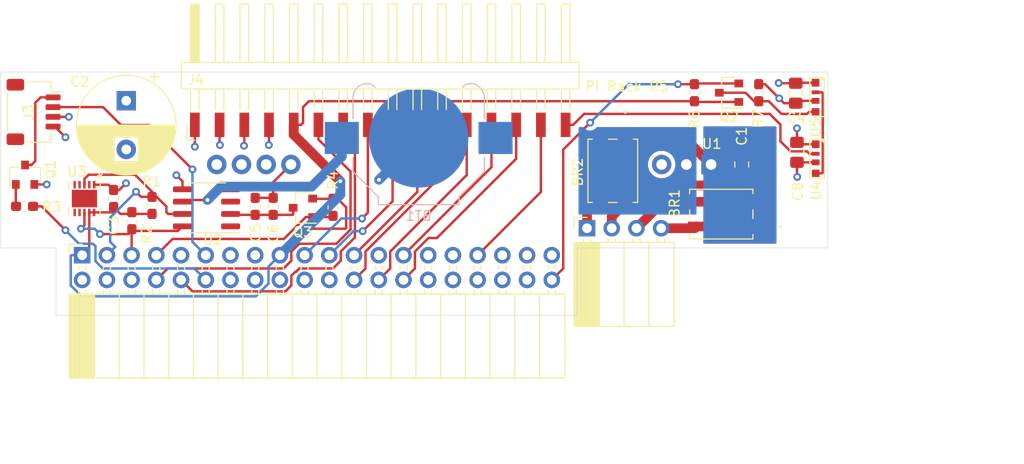
<source format=kicad_pcb>
(kicad_pcb (version 20171130) (host pcbnew 5.1.5+dfsg1-2build2)
  (layers (0 F.Cu signal) (1 In1.Cu power hide) (2 In2.Cu power hide) (31 B.Cu signal) (34 B.Paste user) (35 F.Paste user) (36 B.SilkS user) (37 F.SilkS user) (38 B.Mask user) (39 F.Mask user) (44 Edge.Cuts user))
  (net 0 "")
  (net 1 POE_VIN+)
  (net 2 POE_VIN-)
  (net 3 TR3_TAP)
  (net 4 TR2_TAP)
  (net 5 TR0_TAP)
  (net 6 TR1_TAP)
  (net 7 +5V)
  (net 8 GND)
  (net 9 "Net-(J2-Pad13)")
  (net 10 "Net-(J2-Pad15)")
  (net 11 "Net-(J2-Pad16)")
  (net 12 "Net-(J2-Pad18)")
  (net 13 "Net-(J2-Pad22)")
  (net 14 "Net-(J2-Pad29)")
  (net 15 "Net-(J2-Pad31)")
  (net 16 "Net-(J2-Pad32)")
  (net 17 "Net-(J2-Pad35)")
  (net 18 "Net-(J2-Pad36)")
  (net 19 "Net-(J2-Pad37)")
  (net 20 "Net-(J3-Pad1)")
  (net 21 "Net-(U1-Pad3)")
  (net 22 "Net-(U1-Pad9)")
  (net 23 "Net-(U2-Pad3)")
  (net 24 "Net-(U2-Pad4)")
  (net 25 "Net-(U3-Pad2)")
  (net 26 "Net-(U3-Pad4)")
  (net 27 "Net-(U3-Pad5)")
  (net 28 "Net-(U3-Pad6)")
  (net 29 "Net-(U3-Pad7)")
  (net 30 "Net-(U3-Pad11)")
  (net 31 VBAT)
  (net 32 +3V3)
  (net 33 PI_I2C1_SDA)
  (net 34 PI_I2C1_SCL)
  (net 35 FAN_TACH)
  (net 36 "Net-(Q1-Pad1)")
  (net 37 "Net-(Q2-Pad3)")
  (net 38 LED_SERIAL)
  (net 39 FAN_PWM)
  (net 40 PI_RXD4)
  (net 41 PI_TXD4)
  (net 42 PI_I2C0_SDA)
  (net 43 PI_I2C0_SCL)
  (net 44 "Net-(U4-Pad4)")
  (net 45 VCC_RTC)
  (net 46 RTC_POWER)
  (net 47 "Net-(U2-Pad1)")
  (net 48 "Net-(J2-Pad38)")
  (net 49 PI_SPI0_MOSI)
  (net 50 PI_SPI0_MISO)
  (net 51 PI_SPI0_SCLK)
  (net 52 PI_SPI0_CE0)
  (net 53 PI_SPI0_CE1)
  (net 54 AUX_PWM)
  (net 55 LED_SERIAL_NEXT)
  (module Components:AG5400 (layer F.Cu) (at 173 75.5 180)
    (fp_text reference U1 (at -0.075 2.125 180) (layer F.SilkS))
    (fp_text value AG5300)
    (pad 10 thru_hole circle (at 50.8 0 180) (size 2 2) (drill 1.1) (layers *.Cu *.Mask) (net 8 GND))
    (pad 9 thru_hole circle (at 48.26 0 180) (size 2 2) (drill 1.1) (layers *.Cu *.Mask) (net 22 "Net-(U1-Pad9)"))
    (pad 8 thru_hole circle (at 45.72 0 180) (size 2 2) (drill 1.1) (layers *.Cu *.Mask) (net 7 +5V))
    (pad 7 thru_hole circle (at 43.18 0 180) (size 2 2) (drill 1.1) (layers *.Cu *.Mask) (net 8 GND))
    (pad 3 thru_hole circle (at 5.08 0 180) (size 2 2) (drill 1.1) (layers *.Cu *.Mask) (net 21 "Net-(U1-Pad3)"))
    (pad 2 thru_hole circle (at 2.54 0 180) (size 2 2) (drill 1.1) (layers *.Cu *.Mask) (net 2 POE_VIN-))
    (pad 1 thru_hole rect (at 0 0 180) (size 2 2) (drill 1.1) (layers *.Cu *.Mask) (net 1 POE_VIN+))
  )
  (module Connector_PinSocket_2.54mm:PinSocket_1x04_P2.54mm_Horizontal (layer F.Cu) (at 160.25 82.05 90)
    (fp_text reference J1 hide)
    (fp_text value PI_POE)
    (pad 4 thru_hole oval (at 0 7.62 90) (size 1.7 1.7) (drill 1) (layers *.Cu *.Mask) (net 3 TR3_TAP))
    (pad 3 thru_hole oval (at 0 5.08 90) (size 1.7 1.7) (drill 1) (layers *.Cu *.Mask) (net 4 TR2_TAP))
    (pad 2 thru_hole oval (at 0 2.54 90) (size 1.7 1.7) (drill 1) (layers *.Cu *.Mask) (net 5 TR0_TAP))
    (pad 1 thru_hole rect (at 0 0 90) (size 1.7 1.7) (drill 1) (layers *.Cu *.Mask) (net 6 TR1_TAP))
  )
  (module cd-hd2004:CD-HD2004 (layer F.Cu) (at 174.05 80.6 180)
    (fp_text reference BR1 (at 4.8 1.1 270) (layer F.SilkS))
    (fp_text value D_Bridge_+AA- hide)
    (pad 1 smd rect (at -2.5527 -1.27 180) (size 1.7526 0.9906) (layers F.Cu F.Paste F.Mask) (net 1 POE_VIN+))
    (pad 4 smd rect (at -2.5527 1.27 180) (size 1.7526 0.9906) (layers F.Cu F.Paste F.Mask) (net 2 POE_VIN-))
    (pad 3 smd rect (at 2.5527 1.27 180) (size 1.7526 0.9906) (layers F.Cu F.Paste F.Mask) (net 4 TR2_TAP))
    (pad 2 smd rect (at 2.5527 -1.27 180) (size 1.7526 0.9906) (layers F.Cu F.Paste F.Mask) (net 3 TR3_TAP))
  )
  (module cd-hd2004:CD-HD2004 (layer F.Cu) (at 162.9 76.15 270)
    (fp_text reference BR2 (at 0.125 3.6 270) (layer F.SilkS))
    (fp_text value D_Bridge_+AA- hide)
    (pad 2 smd rect (at 2.5527 -1.27 270) (size 1.7526 0.9906) (layers F.Cu F.Paste F.Mask) (net 5 TR0_TAP))
    (pad 3 smd rect (at 2.5527 1.27 270) (size 1.7526 0.9906) (layers F.Cu F.Paste F.Mask) (net 6 TR1_TAP))
    (pad 4 smd rect (at -2.5527 1.27 270) (size 1.7526 0.9906) (layers F.Cu F.Paste F.Mask) (net 2 POE_VIN-))
    (pad 1 smd rect (at -2.5527 -1.27 270) (size 1.7526 0.9906) (layers F.Cu F.Paste F.Mask) (net 1 POE_VIN+))
  )
  (module Battery:BatteryHolder_Keystone_3000_1x12mm (layer B.Cu) (at 142.95 72.775)
    (fp_text reference BT1 (at 0 8 180) (layer B.SilkS) (effects (justify mirror)))
    (fp_text value Battery_Cell)
    (pad 1 smd rect (at -7.9 0) (size 3.5 3.3) (layers B.Cu B.Paste B.Mask) (net 31 VBAT))
    (pad 1 smd rect (at 7.9 0) (size 3.5 3.3) (layers B.Cu B.Paste B.Mask) (net 31 VBAT))
    (pad 2 smd circle (at 0 0) (size 10.2 10.2) (layers B.Cu B.Mask) (net 8 GND))
  )
  (module Capacitor_SMD:C_0805_2012Metric_Pad1.15x1.40mm_HandSolder (layer F.Cu) (at 176.15 75.5 270)
    (fp_text reference C1 (at -2.9 0 90) (layer F.SilkS))
    (fp_text value 10n)
    (pad 1 smd roundrect (at -1.025 0 270) (size 1.15 1.4) (layers F.Cu F.Paste F.Mask) (roundrect_rratio 0.217391) (net 1 POE_VIN+))
    (pad 2 smd roundrect (at 1.025 0 270) (size 1.15 1.4) (layers F.Cu F.Paste F.Mask) (roundrect_rratio 0.217391) (net 2 POE_VIN-))
  )
  (module Package_SO:SOIC-8_3.9x4.9mm_P1.27mm (layer F.Cu) (at 121.15 79.95 180)
    (fp_text reference U2 (at -0.65 -3.3) (layer F.SilkS))
    (fp_text value DS3231MZ)
    (pad 1 smd roundrect (at -2.475 -1.905 180) (size 1.95 0.6) (layers F.Cu F.Paste F.Mask) (net 47 "Net-(U2-Pad1)"))
    (pad 2 smd roundrect (at -2.475 -0.635 180) (size 1.95 0.6) (layers F.Cu F.Paste F.Mask) (net 45 VCC_RTC))
    (pad 3 smd roundrect (at -2.475 0.635 180) (size 1.95 0.6) (layers F.Cu F.Paste F.Mask) (net 23 "Net-(U2-Pad3)"))
    (pad 4 smd roundrect (at -2.475 1.905 180) (size 1.95 0.6) (layers F.Cu F.Paste F.Mask) (net 24 "Net-(U2-Pad4)"))
    (pad 5 smd roundrect (at 2.475 1.905 180) (size 1.95 0.6) (layers F.Cu F.Paste F.Mask) (net 8 GND))
    (pad 6 smd roundrect (at 2.475 0.635 180) (size 1.95 0.6) (layers F.Cu F.Paste F.Mask) (net 31 VBAT))
    (pad 7 smd roundrect (at 2.475 -0.635 180) (size 1.95 0.6) (layers F.Cu F.Paste F.Mask) (net 33 PI_I2C1_SDA))
    (pad 8 smd roundrect (at 2.475 -1.905 180) (size 1.95 0.6) (layers F.Cu F.Paste F.Mask) (net 34 PI_I2C1_SCL))
  )
  (module Capacitor_SMD:C_0603_1608Metric_Pad1.05x0.95mm_HandSolder (layer F.Cu) (at 111.6 78.994 270)
    (fp_text reference C3 (at 2.775 -0.025 270) (layer F.SilkS))
    (fp_text value 100n)
    (pad 2 smd roundrect (at 0.875 0 270) (size 1.05 0.95) (layers F.Cu F.Paste F.Mask) (net 32 +3V3))
    (pad 1 smd roundrect (at -0.875 0 270) (size 1.05 0.95) (layers F.Cu F.Paste F.Mask) (net 8 GND))
  )
  (module Capacitor_SMD:C_0603_1608Metric_Pad1.05x0.95mm_HandSolder (layer F.Cu) (at 126.15 79.8 270)
    (fp_text reference C5 (at 2.725 -0.05 270) (layer F.SilkS))
    (fp_text value 0.1u)
    (pad 1 smd roundrect (at -0.875 0 270) (size 1.05 0.95) (layers F.Cu F.Paste F.Mask) (net 8 GND))
    (pad 2 smd roundrect (at 0.875 0 270) (size 1.05 0.95) (layers F.Cu F.Paste F.Mask) (net 45 VCC_RTC))
  )
  (module Capacitor_SMD:C_0603_1608Metric_Pad1.05x0.95mm_HandSolder (layer F.Cu) (at 128 79.8 270)
    (fp_text reference C6 (at 2.775 -0.025 270) (layer F.SilkS))
    (fp_text value 1u)
    (pad 1 smd roundrect (at -0.875 0 270) (size 1.05 0.95) (layers F.Cu F.Paste F.Mask) (net 8 GND))
    (pad 2 smd roundrect (at 0.875 0 270) (size 1.05 0.95) (layers F.Cu F.Paste F.Mask) (net 45 VCC_RTC))
  )
  (module Capacitor_SMD:C_0805_2012Metric_Pad1.15x1.40mm_HandSolder (layer F.Cu) (at 181.825 74.25 270)
    (fp_text reference C8 (at 4.025 -0.075 270) (layer F.SilkS))
    (fp_text value 0.1u)
    (pad 2 smd roundrect (at 1.025 0 270) (size 1.15 1.4) (layers F.Cu F.Paste F.Mask) (roundrect_rratio 0.217391) (net 7 +5V))
    (pad 1 smd roundrect (at -1.025 0 270) (size 1.15 1.4) (layers F.Cu F.Paste F.Mask) (roundrect_rratio 0.217391) (net 8 GND))
  )
  (module Package_TO_SOT_SMD:SOT-23 (layer F.Cu) (at 102.5 76.55 90)
    (fp_text reference Q1 (at 0.525 2.625 270) (layer F.SilkS))
    (fp_text value 2N7002)
    (pad 1 smd rect (at -1 -0.95 90) (size 0.9 0.8) (layers F.Cu F.Paste F.Mask) (net 36 "Net-(Q1-Pad1)"))
    (pad 2 smd rect (at -1 0.95 90) (size 0.9 0.8) (layers F.Cu F.Paste F.Mask) (net 8 GND))
    (pad 3 smd rect (at 1 0 90) (size 0.9 0.8) (layers F.Cu F.Paste F.Mask) (net 20 "Net-(J3-Pad1)"))
  )
  (module Package_TO_SOT_SMD:SOT-23 (layer F.Cu) (at 174.847 68.122 180)
    (fp_text reference Q2 (at 0 -2.5) (layer F.SilkS))
    (fp_text value 2N7002)
    (pad 3 smd rect (at 1 0 180) (size 0.9 0.8) (layers F.Cu F.Paste F.Mask) (net 37 "Net-(Q2-Pad3)"))
    (pad 2 smd rect (at -1 0.95 180) (size 0.9 0.8) (layers F.Cu F.Paste F.Mask) (net 38 LED_SERIAL))
    (pad 1 smd rect (at -1 -0.95 180) (size 0.9 0.8) (layers F.Cu F.Paste F.Mask) (net 32 +3V3))
  )
  (module Resistor_SMD:R_0603_1608Metric_Pad1.05x0.95mm_HandSolder (layer F.Cu) (at 115.55 79.7 90)
    (fp_text reference R1 (at 2.45 -0.025) (layer F.SilkS))
    (fp_text value 10K)
    (pad 1 smd roundrect (at -0.875 0 90) (size 1.05 0.95) (layers F.Cu F.Paste F.Mask) (net 32 +3V3))
    (pad 2 smd roundrect (at 0.875 0 90) (size 1.05 0.95) (layers F.Cu F.Paste F.Mask) (net 33 PI_I2C1_SDA))
  )
  (module Resistor_SMD:R_0603_1608Metric_Pad1.05x0.95mm_HandSolder (layer F.Cu) (at 113.475 81.275 270)
    (fp_text reference R2 (at 1.425 -1.525 270) (layer F.SilkS))
    (fp_text value 10K)
    (pad 2 smd roundrect (at 0.875 0 270) (size 1.05 0.95) (layers F.Cu F.Paste F.Mask) (net 34 PI_I2C1_SCL))
    (pad 1 smd roundrect (at -0.875 0 270) (size 1.05 0.95) (layers F.Cu F.Paste F.Mask) (net 32 +3V3))
  )
  (module Resistor_SMD:R_0603_1608Metric_Pad1.05x0.95mm_HandSolder (layer F.Cu) (at 102.45 79.8 180)
    (fp_text reference R3 (at -2.775 -0.075 180) (layer F.SilkS))
    (fp_text value 100)
    (pad 1 smd roundrect (at -0.875 0 180) (size 1.05 0.95) (layers F.Cu F.Paste F.Mask) (net 39 FAN_PWM))
    (pad 2 smd roundrect (at 0.875 0 180) (size 1.05 0.95) (layers F.Cu F.Paste F.Mask) (net 36 "Net-(Q1-Pad1)"))
  )
  (module Resistor_SMD:R_0603_1608Metric_Pad1.05x0.95mm_HandSolder (layer F.Cu) (at 171.291 68.122 270)
    (fp_text reference R6 (at 2.728 -0.009 270) (layer F.SilkS))
    (fp_text value 10K)
    (pad 1 smd roundrect (at -0.875 0 270) (size 1.05 0.95) (layers F.Cu F.Paste F.Mask) (net 38 LED_SERIAL))
    (pad 2 smd roundrect (at 0.875 0 270) (size 1.05 0.95) (layers F.Cu F.Paste F.Mask) (net 32 +3V3))
  )
  (module Resistor_SMD:R_0603_1608Metric_Pad1.05x0.95mm_HandSolder (layer F.Cu) (at 177.895 68.122 90)
    (fp_text reference R7 (at -2.678 -0.07 -90) (layer F.SilkS))
    (fp_text value 10K)
    (pad 2 smd roundrect (at 0.875 0 90) (size 1.05 0.95) (layers F.Cu F.Paste F.Mask) (net 7 +5V))
    (pad 1 smd roundrect (at -0.875 0 90) (size 1.05 0.95) (layers F.Cu F.Paste F.Mask) (net 37 "Net-(Q2-Pad3)"))
  )
  (module Components:SK6812B-SIDE (layer F.Cu) (at 183.134 68.58 90)
    (fp_text reference U5 (at -3.145 0.616 90) (layer F.SilkS))
    (fp_text value SK6812MINI-E hide)
    (pad 4 smd rect (at -1.505 0.6 90) (size 0.75 0.8) (layers F.Cu F.Paste F.Mask) (net 37 "Net-(Q2-Pad3)"))
    (pad 1 smd rect (at -0.38 0.6 90) (size 0.6 0.8) (layers F.Cu F.Paste F.Mask) (net 7 +5V))
    (pad 2 smd rect (at 0.5 0.6 90) (size 0.4 0.8) (layers F.Cu F.Paste F.Mask) (net 44 "Net-(U4-Pad4)"))
    (pad 3 smd rect (at 1.48 0.6 90) (size 0.8 0.8) (layers F.Cu F.Paste F.Mask) (net 8 GND))
  )
  (module Capacitor_THT:CP_Radial_D10.0mm_P5.00mm (layer F.Cu) (at 112.9 68.95 270)
    (fp_text reference C2 (at -1.95 4.8) (layer F.SilkS))
    (fp_text value 470u)
    (pad 1 thru_hole rect (at 0 0 270) (size 2 2) (drill 1) (layers *.Cu *.Mask) (net 7 +5V))
    (pad 2 thru_hole circle (at 5 0 270) (size 2 2) (drill 1) (layers *.Cu *.Mask) (net 8 GND))
  )
  (module Capacitor_SMD:C_0805_2012Metric_Pad1.15x1.40mm_HandSolder (layer F.Cu) (at 181.7 68.175 270)
    (fp_text reference C4 (at 2.55 -0.025 180) (layer F.SilkS))
    (fp_text value 0.1u)
    (pad 1 smd roundrect (at -1.025 0 270) (size 1.15 1.4) (layers F.Cu F.Paste F.Mask) (roundrect_rratio 0.217391) (net 8 GND))
    (pad 2 smd roundrect (at 1.025 0 270) (size 1.15 1.4) (layers F.Cu F.Paste F.Mask) (roundrect_rratio 0.217391) (net 7 +5V))
  )
  (module sls32aia:SLS32AIA010MSUSON10XTMA2 (layer F.Cu) (at 108.6 79 270)
    (fp_text reference U3 (at -2.775 0.775) (layer F.SilkS))
    (fp_text value SLS32AIA010MSUSON10XTMA2 hide)
    (fp_text user * (at -2.325 -1.9 270) (layer F.SilkS))
    (pad 1 smd rect (at -1.4224 -1.000001 270) (size 0.762 0.254) (layers F.Cu F.Paste F.Mask) (net 8 GND))
    (pad 2 smd rect (at -1.4224 -0.499999 270) (size 0.762 0.254) (layers F.Cu F.Paste F.Mask) (net 25 "Net-(U3-Pad2)"))
    (pad 3 smd rect (at -1.4224 0 270) (size 0.762 0.254) (layers F.Cu F.Paste F.Mask) (net 33 PI_I2C1_SDA))
    (pad 4 smd rect (at -1.4224 0.499999 270) (size 0.762 0.254) (layers F.Cu F.Paste F.Mask) (net 26 "Net-(U3-Pad4)"))
    (pad 5 smd rect (at -1.4224 1.000001 270) (size 0.762 0.254) (layers F.Cu F.Paste F.Mask) (net 27 "Net-(U3-Pad5)"))
    (pad 6 smd rect (at 1.4224 1.000001 270) (size 0.762 0.254) (layers F.Cu F.Paste F.Mask) (net 28 "Net-(U3-Pad6)"))
    (pad 7 smd rect (at 1.4224 0.499999 270) (size 0.762 0.254) (layers F.Cu F.Paste F.Mask) (net 29 "Net-(U3-Pad7)"))
    (pad 8 smd rect (at 1.4224 0 270) (size 0.762 0.254) (layers F.Cu F.Paste F.Mask) (net 34 PI_I2C1_SCL))
    (pad 9 smd rect (at 1.4224 -0.499999 270) (size 0.762 0.254) (layers F.Cu F.Paste F.Mask) (net 32 +3V3))
    (pad 10 smd rect (at 1.4224 -1.000001 270) (size 0.762 0.254) (layers F.Cu F.Paste F.Mask) (net 32 +3V3))
    (pad 11 smd rect (at 0 0 270) (size 1.8034 2.5908) (layers F.Cu F.Mask) (net 30 "Net-(U3-Pad11)"))
  )
  (module Components:SK6812B-SIDE (layer F.Cu) (at 183.15 74.9 90)
    (fp_text reference U4 (at -3.275 0.65 270) (layer F.SilkS))
    (fp_text value SK6812MINI-E)
    (pad 4 smd rect (at -1.505 0.6 90) (size 0.75 0.8) (layers F.Cu F.Paste F.Mask) (net 44 "Net-(U4-Pad4)"))
    (pad 1 smd rect (at -0.38 0.6 90) (size 0.6 0.8) (layers F.Cu F.Paste F.Mask) (net 7 +5V))
    (pad 2 smd rect (at 0.5 0.6 90) (size 0.4 0.8) (layers F.Cu F.Paste F.Mask) (net 55 LED_SERIAL_NEXT))
    (pad 3 smd rect (at 1.48 0.6 90) (size 0.8 0.8) (layers F.Cu F.Paste F.Mask) (net 8 GND))
  )
  (module Connector_PinSocket_2.54mm:PinSocket_2x20_P2.54mm_Horizontal (layer F.Cu) (at 108.37 84.82 90)
    (fp_text reference J2 hide)
    (fp_text value PI_GPIO)
    (pad 1 thru_hole rect (at 0 0 90) (size 1.7 1.7) (drill 1) (layers *.Cu *.Mask) (net 32 +3V3))
    (pad 2 thru_hole oval (at -2.54 0 90) (size 1.7 1.7) (drill 1) (layers *.Cu *.Mask) (net 7 +5V))
    (pad 3 thru_hole oval (at 0 2.54 90) (size 1.7 1.7) (drill 1) (layers *.Cu *.Mask) (net 33 PI_I2C1_SDA))
    (pad 4 thru_hole oval (at -2.54 2.54 90) (size 1.7 1.7) (drill 1) (layers *.Cu *.Mask) (net 7 +5V))
    (pad 5 thru_hole oval (at 0 5.08 90) (size 1.7 1.7) (drill 1) (layers *.Cu *.Mask) (net 34 PI_I2C1_SCL))
    (pad 6 thru_hole oval (at -2.54 5.08 90) (size 1.7 1.7) (drill 1) (layers *.Cu *.Mask) (net 8 GND))
    (pad 7 thru_hole oval (at 0 7.62 90) (size 1.7 1.7) (drill 1) (layers *.Cu *.Mask) (net 46 RTC_POWER))
    (pad 8 thru_hole oval (at -2.54 7.62 90) (size 1.7 1.7) (drill 1) (layers *.Cu *.Mask) (net 41 PI_TXD4))
    (pad 9 thru_hole oval (at 0 10.16 90) (size 1.7 1.7) (drill 1) (layers *.Cu *.Mask) (net 8 GND))
    (pad 10 thru_hole oval (at -2.54 10.16 90) (size 1.7 1.7) (drill 1) (layers *.Cu *.Mask) (net 40 PI_RXD4))
    (pad 11 thru_hole oval (at 0 12.7 90) (size 1.7 1.7) (drill 1) (layers *.Cu *.Mask) (net 35 FAN_TACH))
    (pad 12 thru_hole oval (at -2.54 12.7 90) (size 1.7 1.7) (drill 1) (layers *.Cu *.Mask) (net 39 FAN_PWM))
    (pad 13 thru_hole oval (at 0 15.24 90) (size 1.7 1.7) (drill 1) (layers *.Cu *.Mask) (net 9 "Net-(J2-Pad13)"))
    (pad 14 thru_hole oval (at -2.54 15.24 90) (size 1.7 1.7) (drill 1) (layers *.Cu *.Mask) (net 8 GND))
    (pad 15 thru_hole oval (at 0 17.78 90) (size 1.7 1.7) (drill 1) (layers *.Cu *.Mask) (net 10 "Net-(J2-Pad15)"))
    (pad 16 thru_hole oval (at -2.54 17.78 90) (size 1.7 1.7) (drill 1) (layers *.Cu *.Mask) (net 11 "Net-(J2-Pad16)"))
    (pad 17 thru_hole oval (at 0 20.32 90) (size 1.7 1.7) (drill 1) (layers *.Cu *.Mask) (net 32 +3V3))
    (pad 18 thru_hole oval (at -2.54 20.32 90) (size 1.7 1.7) (drill 1) (layers *.Cu *.Mask) (net 12 "Net-(J2-Pad18)"))
    (pad 19 thru_hole oval (at 0 22.86 90) (size 1.7 1.7) (drill 1) (layers *.Cu *.Mask) (net 49 PI_SPI0_MOSI))
    (pad 20 thru_hole oval (at -2.54 22.86 90) (size 1.7 1.7) (drill 1) (layers *.Cu *.Mask) (net 8 GND))
    (pad 21 thru_hole oval (at 0 25.4 90) (size 1.7 1.7) (drill 1) (layers *.Cu *.Mask) (net 50 PI_SPI0_MISO))
    (pad 22 thru_hole oval (at -2.54 25.4 90) (size 1.7 1.7) (drill 1) (layers *.Cu *.Mask) (net 13 "Net-(J2-Pad22)"))
    (pad 23 thru_hole oval (at 0 27.94 90) (size 1.7 1.7) (drill 1) (layers *.Cu *.Mask) (net 51 PI_SPI0_SCLK))
    (pad 24 thru_hole oval (at -2.54 27.94 90) (size 1.7 1.7) (drill 1) (layers *.Cu *.Mask) (net 52 PI_SPI0_CE0))
    (pad 25 thru_hole oval (at 0 30.48 90) (size 1.7 1.7) (drill 1) (layers *.Cu *.Mask) (net 8 GND))
    (pad 26 thru_hole oval (at -2.54 30.48 90) (size 1.7 1.7) (drill 1) (layers *.Cu *.Mask) (net 53 PI_SPI0_CE1))
    (pad 27 thru_hole oval (at 0 33.02 90) (size 1.7 1.7) (drill 1) (layers *.Cu *.Mask) (net 42 PI_I2C0_SDA))
    (pad 28 thru_hole oval (at -2.54 33.02 90) (size 1.7 1.7) (drill 1) (layers *.Cu *.Mask) (net 43 PI_I2C0_SCL))
    (pad 29 thru_hole oval (at 0 35.56 90) (size 1.7 1.7) (drill 1) (layers *.Cu *.Mask) (net 14 "Net-(J2-Pad29)"))
    (pad 30 thru_hole oval (at -2.54 35.56 90) (size 1.7 1.7) (drill 1) (layers *.Cu *.Mask) (net 8 GND))
    (pad 31 thru_hole oval (at 0 38.1 90) (size 1.7 1.7) (drill 1) (layers *.Cu *.Mask) (net 15 "Net-(J2-Pad31)"))
    (pad 32 thru_hole oval (at -2.54 38.1 90) (size 1.7 1.7) (drill 1) (layers *.Cu *.Mask) (net 16 "Net-(J2-Pad32)"))
    (pad 33 thru_hole oval (at 0 40.64 90) (size 1.7 1.7) (drill 1) (layers *.Cu *.Mask) (net 54 AUX_PWM))
    (pad 34 thru_hole oval (at -2.54 40.64 90) (size 1.7 1.7) (drill 1) (layers *.Cu *.Mask) (net 8 GND))
    (pad 35 thru_hole oval (at 0 43.18 90) (size 1.7 1.7) (drill 1) (layers *.Cu *.Mask) (net 17 "Net-(J2-Pad35)"))
    (pad 36 thru_hole oval (at -2.54 43.18 90) (size 1.7 1.7) (drill 1) (layers *.Cu *.Mask) (net 18 "Net-(J2-Pad36)"))
    (pad 37 thru_hole oval (at 0 45.72 90) (size 1.7 1.7) (drill 1) (layers *.Cu *.Mask) (net 19 "Net-(J2-Pad37)"))
    (pad 38 thru_hole oval (at -2.54 45.72 90) (size 1.7 1.7) (drill 1) (layers *.Cu *.Mask) (net 48 "Net-(J2-Pad38)"))
    (pad 39 thru_hole oval (at 0 48.26 90) (size 1.7 1.7) (drill 1) (layers *.Cu *.Mask) (net 8 GND))
    (pad 40 thru_hole oval (at -2.54 48.26 90) (size 1.7 1.7) (drill 1) (layers *.Cu *.Mask) (net 38 LED_SERIAL))
  )
  (module Package_TO_SOT_SMD:SOT-23 (layer F.Cu) (at 131.05 79.95 180)
    (fp_text reference Q3 (at 0 -2.5) (layer F.SilkS))
    (fp_text value DMG2305)
    (pad 1 smd rect (at -1 -0.95 180) (size 0.9 0.8) (layers F.Cu F.Paste F.Mask) (net 46 RTC_POWER))
    (pad 2 smd rect (at -1 0.95 180) (size 0.9 0.8) (layers F.Cu F.Paste F.Mask) (net 32 +3V3))
    (pad 3 smd rect (at 1 0 180) (size 0.9 0.8) (layers F.Cu F.Paste F.Mask) (net 45 VCC_RTC))
  )
  (module Resistor_SMD:R_0603_1608Metric_Pad1.05x0.95mm_HandSolder (layer F.Cu) (at 134.15 79.9 90)
    (fp_text reference R4 (at 2.775 -0.025 -90) (layer F.SilkS))
    (fp_text value 10K)
    (pad 1 smd roundrect (at -0.875 0 90) (size 1.05 0.95) (layers F.Cu F.Paste F.Mask) (net 46 RTC_POWER))
    (pad 2 smd roundrect (at 0.875 0 90) (size 1.05 0.95) (layers F.Cu F.Paste F.Mask) (net 32 +3V3))
  )
  (module Connector_JST:JST_SH_SM04B-SRSS-TB_1x04-1MP_P1.00mm_Horizontal (layer F.Cu) (at 103.378 70.104 270)
    (fp_text reference J3 (at 0.046 0.528 270) (layer F.SilkS))
    (fp_text value FAN)
    (pad 1 smd roundrect (at -1.5 -2 270) (size 0.6 1.55) (layers F.Cu F.Paste F.Mask) (net 20 "Net-(J3-Pad1)"))
    (pad 2 smd roundrect (at -0.5 -2 270) (size 0.6 1.55) (layers F.Cu F.Paste F.Mask) (net 35 FAN_TACH))
    (pad 3 smd roundrect (at 0.5 -2 270) (size 0.6 1.55) (layers F.Cu F.Paste F.Mask) (net 7 +5V))
    (pad 4 smd roundrect (at 1.5 -2 270) (size 0.6 1.55) (layers F.Cu F.Paste F.Mask) (net 8 GND))
    (pad MP smd roundrect (at -2.8 1.875 270) (size 1.2 1.8) (layers F.Cu F.Paste F.Mask) (roundrect_rratio 0.208333))
    (pad MP smd roundrect (at 2.8 1.875 270) (size 1.2 1.8) (layers F.Cu F.Paste F.Mask) (roundrect_rratio 0.208333))
  )
  (module Connector_Harwin:Harwin_M20-89016xx_1x16_P2.54mm_Horizontal (layer F.Cu) (at 139 65.9 90)
    (fp_text reference J4 (at -0.925 -18.95 180) (layer F.SilkS))
    (fp_text value AUX)
    (pad 1 smd rect (at -5.525 -19.05 90) (size 2.5 1) (layers F.Cu F.Paste F.Mask) (net 7 +5V))
    (pad 2 smd rect (at -5.525 -16.51 90) (size 2.5 1) (layers F.Cu F.Paste F.Mask) (net 7 +5V))
    (pad 3 smd rect (at -5.525 -13.97 90) (size 2.5 1) (layers F.Cu F.Paste F.Mask) (net 8 GND))
    (pad 4 smd rect (at -5.525 -11.43 90) (size 2.5 1) (layers F.Cu F.Paste F.Mask) (net 8 GND))
    (pad 5 smd rect (at -5.525 -8.89 90) (size 2.5 1) (layers F.Cu F.Paste F.Mask) (net 32 +3V3))
    (pad 6 smd rect (at -5.525 -6.35 90) (size 2.5 1) (layers F.Cu F.Paste F.Mask) (net 41 PI_TXD4))
    (pad 7 smd rect (at -5.525 -3.81 90) (size 2.5 1) (layers F.Cu F.Paste F.Mask) (net 40 PI_RXD4))
    (pad 8 smd rect (at -5.525 -1.27 90) (size 2.5 1) (layers F.Cu F.Paste F.Mask) (net 49 PI_SPI0_MOSI))
    (pad 9 smd rect (at -5.525 1.27 90) (size 2.5 1) (layers F.Cu F.Paste F.Mask) (net 50 PI_SPI0_MISO))
    (pad 10 smd rect (at -5.525 3.81 90) (size 2.5 1) (layers F.Cu F.Paste F.Mask) (net 51 PI_SPI0_SCLK))
    (pad 11 smd rect (at -5.525 6.35 90) (size 2.5 1) (layers F.Cu F.Paste F.Mask) (net 52 PI_SPI0_CE0))
    (pad 12 smd rect (at -5.525 8.89 90) (size 2.5 1) (layers F.Cu F.Paste F.Mask) (net 53 PI_SPI0_CE1))
    (pad 13 smd rect (at -5.525 11.43 90) (size 2.5 1) (layers F.Cu F.Paste F.Mask) (net 42 PI_I2C0_SDA))
    (pad 14 smd rect (at -5.525 13.97 90) (size 2.5 1) (layers F.Cu F.Paste F.Mask) (net 43 PI_I2C0_SCL))
    (pad 15 smd rect (at -5.525 16.51 90) (size 2.5 1) (layers F.Cu F.Paste F.Mask) (net 54 AUX_PWM))
    (pad 16 smd rect (at -5.525 19.05 90) (size 2.5 1) (layers F.Cu F.Paste F.Mask) (net 55 LED_SERIAL_NEXT))
    (pad "" smd rect (at 3.895 -19.05 90) (size 6 0.76) (layers F.SilkS))
  )
  (gr_line (start 105.68 84.074) (end 105.68 91) (layer Edge.Cuts) (width 0.05))
  (gr_line (start 100 84.074) (end 105.68 84.074) (layer Edge.Cuts) (width 0.05))
  (gr_line (start 159.242 84.074) (end 159.242 91) (layer Edge.Cuts) (width 0.05))
  (gr_line (start 185 84.074) (end 159.242 84.074) (layer Edge.Cuts) (width 0.05))
  (gr_line (start 100 66) (end 185 66) (layer Edge.Cuts) (width 0.05))
  (gr_line (start 100 84.074) (end 100 66) (layer Edge.Cuts) (width 0.05))
  (gr_line (start 185 84.074) (end 185 66) (layer Edge.Cuts) (width 0.05))
  (gr_line (start 105.68 91) (end 159.242 91) (layer Edge.Cuts) (width 0.05))
  (gr_text "Pi Rack R5" (at 164.325 67.475) (layer F.SilkS) (effects (font (size 1 1))))
  (segment (start 172.775 75.275) (end 173 75.5) (width 0.25) (layer F.Cu) (net 1))
  (segment (start 171.0973 73.5973) (end 173 75.5) (width 1) (layer F.Cu) (net 1))
  (segment (start 164.17 73.5973) (end 171.0973 73.5973) (width 1) (layer F.Cu) (net 1))
  (segment (start 174.025 74.475) (end 173 75.5) (width 1) (layer F.Cu) (net 1))
  (segment (start 176.15 74.475) (end 174.025 74.475) (width 1) (layer F.Cu) (net 1))
  (segment (start 178.479 81.87) (end 178.575 81.774) (width 1) (layer F.Cu) (net 1))
  (segment (start 176.6027 81.87) (end 178.479 81.87) (width 1) (layer F.Cu) (net 1))
  (segment (start 178.575 76.2) (end 176.85 74.475) (width 1) (layer F.Cu) (net 1))
  (segment (start 176.85 74.475) (end 176.15 74.475) (width 1) (layer F.Cu) (net 1))
  (segment (start 178.575 81.774) (end 178.575 76.2) (width 1) (layer F.Cu) (net 1))
  (segment (start 170.725 75.235) (end 170.46 75.5) (width 0.25) (layer F.Cu) (net 2))
  (segment (start 176.6027 76.9777) (end 176.15 76.525) (width 0.25) (layer F.Cu) (net 2))
  (segment (start 176.15 77.1) (end 176.15 76.525) (width 1) (layer F.Cu) (net 2))
  (segment (start 166.625 77.65) (end 175.6 77.65) (width 1) (layer F.Cu) (net 2))
  (segment (start 165.175 76.2) (end 166.625 77.65) (width 1) (layer F.Cu) (net 2))
  (segment (start 162.3564 76.2) (end 165.175 76.2) (width 1) (layer F.Cu) (net 2))
  (segment (start 175.6 77.65) (end 176.15 77.1) (width 1) (layer F.Cu) (net 2))
  (segment (start 161.63 75.4736) (end 162.3564 76.2) (width 1) (layer F.Cu) (net 2))
  (segment (start 161.63 73.5973) (end 161.63 75.4736) (width 1) (layer F.Cu) (net 2))
  (segment (start 176.418 77.65) (end 175.6 77.65) (width 1) (layer F.Cu) (net 2))
  (segment (start 176.6027 77.8347) (end 176.418 77.65) (width 1) (layer F.Cu) (net 2))
  (segment (start 176.6027 79.33) (end 176.6027 77.8347) (width 1) (layer F.Cu) (net 2))
  (segment (start 170.46 75.5) (end 170.46 77.65) (width 1) (layer F.Cu) (net 2))
  (segment (start 168.05 81.87) (end 167.87 82.05) (width 0.25) (layer F.Cu) (net 3))
  (segment (start 171.3173 82.05) (end 171.4973 81.87) (width 1) (layer F.Cu) (net 3))
  (segment (start 167.87 82.05) (end 171.3173 82.05) (width 1) (layer F.Cu) (net 3))
  (segment (start 168.05 79.33) (end 171.4973 79.33) (width 1) (layer F.Cu) (net 4))
  (segment (start 165.33 82.05) (end 168.05 79.33) (width 1) (layer F.Cu) (net 4))
  (segment (start 162.79 80.847919) (end 163.787919 79.85) (width 1) (layer F.Cu) (net 5))
  (segment (start 162.79 82.05) (end 162.79 80.847919) (width 1) (layer F.Cu) (net 5))
  (segment (start 163.787919 79.084781) (end 164.17 78.7027) (width 1) (layer F.Cu) (net 5))
  (segment (start 163.787919 79.85) (end 163.787919 79.084781) (width 1) (layer F.Cu) (net 5))
  (segment (start 160.25 80.0827) (end 161.63 78.7027) (width 1) (layer F.Cu) (net 6))
  (segment (start 160.25 82.05) (end 160.25 80.0827) (width 1) (layer F.Cu) (net 6))
  (segment (start 106.996 70.604) (end 107 70.6) (width 0.25) (layer F.Cu) (net 7))
  (via (at 107 70.6) (size 0.8) (drill 0.4) (layers F.Cu B.Cu) (net 7))
  (segment (start 105.378 70.604) (end 106.996 70.604) (width 0.25) (layer F.Cu) (net 7))
  (segment (start 181.83 75.28) (end 181.825 75.275) (width 0.25) (layer F.Cu) (net 7))
  (segment (start 183.75 75.28) (end 181.83 75.28) (width 0.25) (layer F.Cu) (net 7))
  (segment (start 181.94 68.96) (end 181.7 69.2) (width 0.25) (layer F.Cu) (net 7))
  (segment (start 183.734 68.96) (end 181.94 68.96) (width 0.25) (layer F.Cu) (net 7))
  (segment (start 177.895 67.32) (end 177.895 67.247) (width 0.25) (layer F.Cu) (net 7))
  (segment (start 177.895 67.247) (end 177.647 67.247) (width 0.25) (layer F.Cu) (net 7))
  (via (at 119.95 73.675) (size 0.8) (drill 0.4) (layers F.Cu B.Cu) (net 7))
  (segment (start 119.95 71.425) (end 119.95 73.675) (width 0.25) (layer F.Cu) (net 7))
  (segment (start 122.49 73.465) (end 122.525 73.5) (width 0.25) (layer F.Cu) (net 7))
  (via (at 122.525 73.5) (size 0.8) (drill 0.4) (layers F.Cu B.Cu) (net 7))
  (segment (start 122.49 71.425) (end 122.49 73.465) (width 0.25) (layer F.Cu) (net 7))
  (via (at 180 68.7) (size 0.8) (drill 0.4) (layers F.Cu B.Cu) (net 7))
  (segment (start 180.5 69.2) (end 180 68.7) (width 0.25) (layer F.Cu) (net 7))
  (segment (start 181.7 69.2) (end 180.5 69.2) (width 0.25) (layer F.Cu) (net 7))
  (via (at 181.85 76.775) (size 0.8) (drill 0.4) (layers F.Cu B.Cu) (net 7))
  (segment (start 181.825 76.75) (end 181.85 76.775) (width 0.25) (layer F.Cu) (net 7))
  (segment (start 181.825 75.275) (end 181.825 76.75) (width 0.25) (layer F.Cu) (net 7))
  (segment (start 178.547 67.247) (end 180 68.7) (width 0.25) (layer F.Cu) (net 7))
  (segment (start 177.895 67.247) (end 178.547 67.247) (width 0.25) (layer F.Cu) (net 7))
  (segment (start 111.0586 77.5776) (end 109.600001 77.5776) (width 0.25) (layer F.Cu) (net 8))
  (segment (start 111.6 78.119) (end 111.0586 77.5776) (width 0.25) (layer F.Cu) (net 8))
  (via (at 118.05 76.6) (size 0.8) (drill 0.4) (layers F.Cu B.Cu) (net 8))
  (segment (start 118.675 77.225) (end 118.05 76.6) (width 0.25) (layer F.Cu) (net 8))
  (segment (start 118.675 78.045) (end 118.675 77.225) (width 0.25) (layer F.Cu) (net 8))
  (segment (start 126.15 78.925) (end 128 78.925) (width 0.25) (layer F.Cu) (net 8))
  (segment (start 105.554 71.604) (end 106.65 72.7) (width 0.25) (layer F.Cu) (net 8))
  (via (at 106.65 72.7) (size 0.8) (drill 0.4) (layers F.Cu B.Cu) (net 8))
  (segment (start 105.378 71.604) (end 105.554 71.604) (width 0.25) (layer F.Cu) (net 8))
  (segment (start 128 77.32) (end 129.82 75.5) (width 0.25) (layer F.Cu) (net 8))
  (segment (start 128 78.925) (end 128 77.32) (width 0.25) (layer F.Cu) (net 8))
  (segment (start 182.02 73.42) (end 181.825 73.225) (width 0.25) (layer F.Cu) (net 8))
  (segment (start 183.75 73.42) (end 182.02 73.42) (width 0.25) (layer F.Cu) (net 8))
  (segment (start 181.75 67.1) (end 181.7 67.15) (width 0.25) (layer F.Cu) (net 8))
  (segment (start 183.734 67.1) (end 181.75 67.1) (width 0.25) (layer F.Cu) (net 8))
  (via (at 181.825 71.775) (size 0.8) (drill 0.4) (layers F.Cu B.Cu) (net 8))
  (segment (start 181.825 73.225) (end 181.825 71.775) (width 0.25) (layer F.Cu) (net 8))
  (via (at 125 73.575) (size 0.8) (drill 0.4) (layers F.Cu B.Cu) (net 8))
  (segment (start 125.03 73.545) (end 125 73.575) (width 0.25) (layer F.Cu) (net 8))
  (segment (start 125.03 71.425) (end 125.03 73.545) (width 0.25) (layer F.Cu) (net 8))
  (via (at 127.55 73.5) (size 0.8) (drill 0.4) (layers F.Cu B.Cu) (net 8))
  (segment (start 127.57 73.48) (end 127.55 73.5) (width 0.25) (layer F.Cu) (net 8))
  (segment (start 127.57 71.425) (end 127.57 73.48) (width 0.25) (layer F.Cu) (net 8))
  (via (at 138.875 77.075) (size 0.8) (drill 0.4) (layers F.Cu B.Cu) (net 8))
  (segment (start 142.95 73) (end 138.875 77.075) (width 1) (layer B.Cu) (net 8))
  (segment (start 142.95 72.775) (end 142.95 73) (width 0.25) (layer B.Cu) (net 8))
  (via (at 104.725 77.55) (size 0.8) (drill 0.4) (layers F.Cu B.Cu) (net 8))
  (segment (start 103.45 77.55) (end 104.725 77.55) (width 0.25) (layer F.Cu) (net 8))
  (via (at 179.95 67.125) (size 0.8) (drill 0.4) (layers F.Cu B.Cu) (net 8))
  (segment (start 179.975 67.15) (end 179.95 67.125) (width 0.25) (layer F.Cu) (net 8))
  (segment (start 181.7 67.15) (end 179.975 67.15) (width 0.25) (layer F.Cu) (net 8))
  (via (at 112.875 77.425) (size 0.8) (drill 0.4) (layers F.Cu B.Cu) (net 8))
  (segment (start 112.181 78.119) (end 112.875 77.425) (width 0.25) (layer F.Cu) (net 8))
  (segment (start 111.6 78.119) (end 112.181 78.119) (width 0.25) (layer F.Cu) (net 8))
  (segment (start 105.378 68.604) (end 104.096 68.604) (width 0.25) (layer F.Cu) (net 20))
  (segment (start 104.096 68.604) (end 103.55 69.15) (width 0.25) (layer F.Cu) (net 20))
  (segment (start 103.15 75.55) (end 102.5 75.55) (width 0.25) (layer F.Cu) (net 20))
  (segment (start 103.55 75.15) (end 103.15 75.55) (width 0.25) (layer F.Cu) (net 20))
  (segment (start 103.55 69.15) (end 103.55 75.15) (width 0.25) (layer F.Cu) (net 20))
  (segment (start 135.05 74.675) (end 131.95 77.775) (width 1) (layer B.Cu) (net 31))
  (segment (start 135.05 72.775) (end 135.05 74.675) (width 1) (layer B.Cu) (net 31))
  (via (at 121.25 79.15) (size 0.8) (drill 0.4) (layers F.Cu B.Cu) (net 31))
  (segment (start 122.625 77.775) (end 121.25 79.15) (width 1) (layer B.Cu) (net 31))
  (segment (start 131.95 77.775) (end 122.625 77.775) (width 1) (layer B.Cu) (net 31))
  (segment (start 118.84 79.15) (end 118.675 79.315) (width 0.25) (layer F.Cu) (net 31))
  (segment (start 121.25 79.15) (end 118.84 79.15) (width 0.25) (layer F.Cu) (net 31))
  (segment (start 109.600001 80.4224) (end 109.099999 80.4224) (width 0.25) (layer F.Cu) (net 32))
  (segment (start 109.099999 84.090001) (end 108.37 84.82) (width 0.25) (layer F.Cu) (net 32))
  (segment (start 109.099999 80.4224) (end 109.099999 84.090001) (width 0.25) (layer F.Cu) (net 32))
  (segment (start 109.977001 80.4224) (end 109.600001 80.4224) (width 0.25) (layer F.Cu) (net 32))
  (segment (start 111.5716 80.4224) (end 109.977001 80.4224) (width 0.25) (layer F.Cu) (net 32))
  (segment (start 111.6 80.394) (end 111.5716 80.4224) (width 0.25) (layer F.Cu) (net 32))
  (segment (start 111.6 79.869) (end 111.6 80.394) (width 0.25) (layer F.Cu) (net 32))
  (segment (start 112.306 80.575) (end 111.6 79.869) (width 0.25) (layer F.Cu) (net 32))
  (segment (start 113.45 80.575) (end 112.306 80.575) (width 0.25) (layer F.Cu) (net 32))
  (segment (start 115.55 80.575) (end 113.45 80.575) (width 0.25) (layer F.Cu) (net 32))
  (segment (start 132.075 79.025) (end 132.05 79) (width 0.25) (layer F.Cu) (net 32))
  (segment (start 134.15 79.025) (end 132.075 79.025) (width 0.25) (layer F.Cu) (net 32))
  (segment (start 128.69 84.82) (end 131.41 82.1) (width 0.25) (layer F.Cu) (net 32))
  (segment (start 131.41 82.1) (end 135.4 82.1) (width 0.25) (layer F.Cu) (net 32))
  (segment (start 135.4 82.1) (end 135.5 82) (width 0.25) (layer F.Cu) (net 32))
  (segment (start 134.625 79.025) (end 134.15 79.025) (width 0.25) (layer F.Cu) (net 32))
  (segment (start 135.5 79.9) (end 134.625 79.025) (width 0.25) (layer F.Cu) (net 32))
  (segment (start 135.5 82) (end 135.5 79.9) (width 0.25) (layer F.Cu) (net 32))
  (segment (start 171.366 69.072) (end 171.291 68.997) (width 0.25) (layer F.Cu) (net 32))
  (segment (start 175.847 69.072) (end 171.366 69.072) (width 0.25) (layer F.Cu) (net 32))
  (segment (start 130.11 72.925) (end 132.05 74.865) (width 0.25) (layer F.Cu) (net 32))
  (segment (start 130.11 71.425) (end 130.11 72.925) (width 0.25) (layer F.Cu) (net 32))
  (segment (start 171.291 68.997) (end 131.672 68.997) (width 0.25) (layer F.Cu) (net 32))
  (segment (start 131.672 68.997) (end 131.069 69.6) (width 0.25) (layer F.Cu) (net 32))
  (segment (start 130.86 71.425) (end 130.11 71.425) (width 0.25) (layer F.Cu) (net 32))
  (segment (start 131.069 71.216) (end 130.86 71.425) (width 0.25) (layer F.Cu) (net 32))
  (segment (start 131.069 69.6) (end 131.069 71.216) (width 0.25) (layer F.Cu) (net 32))
  (segment (start 127.514999 87.734003) (end 126.199002 89.05) (width 0.25) (layer B.Cu) (net 32))
  (segment (start 127.514999 85.995001) (end 127.514999 87.734003) (width 0.25) (layer B.Cu) (net 32))
  (segment (start 128.69 84.82) (end 127.514999 85.995001) (width 0.25) (layer B.Cu) (net 32))
  (segment (start 107.194999 84.895001) (end 107.27 84.82) (width 0.25) (layer B.Cu) (net 32))
  (segment (start 107.194999 87.924001) (end 107.194999 84.895001) (width 0.25) (layer B.Cu) (net 32))
  (segment (start 108.320998 89.05) (end 107.194999 87.924001) (width 0.25) (layer B.Cu) (net 32))
  (segment (start 107.27 84.82) (end 108.37 84.82) (width 0.25) (layer B.Cu) (net 32))
  (segment (start 126.199002 89.05) (end 108.320998 89.05) (width 0.25) (layer B.Cu) (net 32))
  (via (at 134.9 77.225) (size 0.8) (drill 0.4) (layers F.Cu B.Cu) (net 32))
  (segment (start 130.11 72.435) (end 134.9 77.225) (width 1) (layer F.Cu) (net 32))
  (segment (start 130.11 71.425) (end 130.11 72.435) (width 1) (layer F.Cu) (net 32))
  (segment (start 134.9 78.61) (end 128.69 84.82) (width 1) (layer B.Cu) (net 32))
  (segment (start 134.9 77.225) (end 134.9 78.61) (width 1) (layer B.Cu) (net 32))
  (segment (start 108.6 76.984597) (end 109.034597 76.55) (width 0.25) (layer F.Cu) (net 33))
  (segment (start 108.6 77.5776) (end 108.6 76.984597) (width 0.25) (layer F.Cu) (net 33))
  (segment (start 115.55 78.3) (end 115.55 78.825) (width 0.25) (layer F.Cu) (net 33))
  (segment (start 113.8 76.55) (end 115.55 78.3) (width 0.25) (layer F.Cu) (net 33))
  (segment (start 109.034597 76.55) (end 113.8 76.55) (width 0.25) (layer F.Cu) (net 33))
  (via (at 113.9 78.3) (size 0.8) (drill 0.4) (layers F.Cu B.Cu) (net 33))
  (segment (start 114.425 78.825) (end 113.9 78.3) (width 0.25) (layer F.Cu) (net 33))
  (segment (start 115.55 78.825) (end 114.425 78.825) (width 0.25) (layer F.Cu) (net 33))
  (segment (start 113.9 78.3) (end 111.25 80.95) (width 0.25) (layer B.Cu) (net 33))
  (segment (start 111.25 80.95) (end 111.25 83.45) (width 0.25) (layer B.Cu) (net 33))
  (segment (start 111.759999 83.970001) (end 110.91 84.82) (width 0.25) (layer B.Cu) (net 33))
  (segment (start 111.759999 83.959999) (end 111.759999 83.970001) (width 0.25) (layer B.Cu) (net 33))
  (segment (start 111.25 83.45) (end 111.759999 83.959999) (width 0.25) (layer B.Cu) (net 33))
  (segment (start 116.025 78.825) (end 115.55 78.825) (width 0.25) (layer F.Cu) (net 33))
  (segment (start 116.025 78.825) (end 117.025 79.825) (width 0.25) (layer F.Cu) (net 33))
  (segment (start 117.025 79.825) (end 117.025 80.4) (width 0.25) (layer F.Cu) (net 33))
  (segment (start 117.21 80.585) (end 118.675 80.585) (width 0.25) (layer F.Cu) (net 33))
  (segment (start 117.025 80.4) (end 117.21 80.585) (width 0.25) (layer F.Cu) (net 33))
  (segment (start 113.45 82.325) (end 113.45 84.82) (width 0.25) (layer F.Cu) (net 34))
  (via (at 108.25 82.1) (size 0.8) (drill 0.4) (layers F.Cu B.Cu) (net 34))
  (segment (start 108.6 81.75) (end 108.25 82.1) (width 0.25) (layer F.Cu) (net 34))
  (segment (start 108.6 80.4224) (end 108.6 81.75) (width 0.25) (layer F.Cu) (net 34))
  (segment (start 109.65 82.1) (end 110.2 82.65) (width 0.25) (layer B.Cu) (net 34))
  (via (at 110.2 82.65) (size 0.8) (drill 0.4) (layers F.Cu B.Cu) (net 34))
  (segment (start 108.25 82.1) (end 109.65 82.1) (width 0.25) (layer B.Cu) (net 34))
  (segment (start 113.125 82.65) (end 113.45 82.325) (width 0.25) (layer F.Cu) (net 34))
  (segment (start 110.2 82.65) (end 113.125 82.65) (width 0.25) (layer F.Cu) (net 34))
  (segment (start 118.205 82.325) (end 113.45 82.325) (width 0.25) (layer F.Cu) (net 34))
  (segment (start 118.675 81.855) (end 118.205 82.325) (width 0.25) (layer F.Cu) (net 34))
  (segment (start 110.515002 69.604) (end 112.361002 71.45) (width 0.25) (layer F.Cu) (net 35))
  (segment (start 105.378 69.604) (end 110.515002 69.604) (width 0.25) (layer F.Cu) (net 35))
  (segment (start 112.361002 71.45) (end 115.25 71.45) (width 0.25) (layer F.Cu) (net 35))
  (via (at 119.7 76) (size 0.8) (drill 0.4) (layers F.Cu B.Cu) (net 35))
  (segment (start 119.7 75.9) (end 119.7 76) (width 0.25) (layer F.Cu) (net 35))
  (segment (start 119.7 83.45) (end 121.07 84.82) (width 0.25) (layer B.Cu) (net 35))
  (segment (start 119.7 76) (end 119.7 83.45) (width 0.25) (layer B.Cu) (net 35))
  (segment (start 115.25 71.55) (end 115.25 71.45) (width 0.25) (layer F.Cu) (net 35))
  (segment (start 119.7 76) (end 115.25 71.55) (width 0.25) (layer F.Cu) (net 35))
  (segment (start 101.55 79.775) (end 101.575 79.8) (width 0.25) (layer F.Cu) (net 36))
  (segment (start 101.55 77.55) (end 101.55 79.775) (width 0.25) (layer F.Cu) (net 36))
  (segment (start 174.547 68.122) (end 173.847 68.122) (width 0.25) (layer F.Cu) (net 37))
  (segment (start 176.545 68.122) (end 174.547 68.122) (width 0.25) (layer F.Cu) (net 37))
  (segment (start 183.084 70.085) (end 182.869 70.3) (width 0.25) (layer F.Cu) (net 37))
  (segment (start 183.734 70.085) (end 183.084 70.085) (width 0.25) (layer F.Cu) (net 37))
  (segment (start 182.869 70.3) (end 180.225 70.3) (width 0.25) (layer F.Cu) (net 37))
  (segment (start 178.922 68.997) (end 177.895 68.997) (width 0.25) (layer F.Cu) (net 37))
  (segment (start 180.225 70.3) (end 178.922 68.997) (width 0.25) (layer F.Cu) (net 37))
  (segment (start 177.42 68.997) (end 176.545 68.122) (width 0.25) (layer F.Cu) (net 37))
  (segment (start 177.895 68.997) (end 177.42 68.997) (width 0.25) (layer F.Cu) (net 37))
  (segment (start 171.366 67.172) (end 171.291 67.247) (width 0.25) (layer F.Cu) (net 38))
  (segment (start 175.847 67.172) (end 171.366 67.172) (width 0.25) (layer F.Cu) (net 38))
  (via (at 160.575 71.2) (size 0.8) (drill 0.4) (layers F.Cu B.Cu) (net 38))
  (segment (start 157.805001 73.969999) (end 160.575 71.2) (width 0.25) (layer F.Cu) (net 38))
  (segment (start 157.805001 86.184999) (end 157.805001 73.969999) (width 0.25) (layer F.Cu) (net 38))
  (segment (start 156.63 87.36) (end 157.805001 86.184999) (width 0.25) (layer F.Cu) (net 38))
  (via (at 169.6 67.25) (size 0.8) (drill 0.4) (layers F.Cu B.Cu) (net 38))
  (segment (start 160.575 71.2) (end 164.575 67.2) (width 0.25) (layer B.Cu) (net 38))
  (segment (start 171.288 67.25) (end 171.291 67.247) (width 0.25) (layer F.Cu) (net 38))
  (segment (start 169.6 67.25) (end 171.288 67.25) (width 0.25) (layer F.Cu) (net 38))
  (segment (start 164.625 67.25) (end 169.6 67.25) (width 0.25) (layer B.Cu) (net 38))
  (segment (start 164.575 67.2) (end 164.625 67.25) (width 0.25) (layer B.Cu) (net 38))
  (via (at 106.65 82.25) (size 0.8) (drill 0.4) (layers F.Cu B.Cu) (net 39))
  (segment (start 104.2 79.8) (end 106.65 82.25) (width 0.25) (layer F.Cu) (net 39))
  (segment (start 103.325 79.8) (end 104.2 79.8) (width 0.25) (layer F.Cu) (net 39))
  (segment (start 120.220001 86.510001) (end 121.07 87.36) (width 0.25) (layer B.Cu) (net 39))
  (segment (start 119.894999 86.184999) (end 120.220001 86.510001) (width 0.25) (layer B.Cu) (net 39))
  (segment (start 109.734999 85.434999) (end 110.484999 86.184999) (width 0.25) (layer B.Cu) (net 39))
  (segment (start 109.734999 83.899997) (end 109.734999 85.434999) (width 0.25) (layer B.Cu) (net 39))
  (segment (start 109.480001 83.644999) (end 109.734999 83.899997) (width 0.25) (layer B.Cu) (net 39))
  (segment (start 108.044999 83.644999) (end 109.480001 83.644999) (width 0.25) (layer B.Cu) (net 39))
  (segment (start 110.484999 86.184999) (end 119.894999 86.184999) (width 0.25) (layer B.Cu) (net 39))
  (segment (start 106.65 82.25) (end 108.044999 83.644999) (width 0.25) (layer B.Cu) (net 39))
  (segment (start 119.379999 88.209999) (end 118.53 87.36) (width 0.25) (layer F.Cu) (net 40))
  (segment (start 129.865001 87.924001) (end 129.254001 88.535001) (width 0.25) (layer F.Cu) (net 40))
  (segment (start 129.865001 86.934999) (end 129.865001 87.924001) (width 0.25) (layer F.Cu) (net 40))
  (segment (start 130.275 86.525) (end 129.865001 86.934999) (width 0.25) (layer F.Cu) (net 40))
  (segment (start 119.705001 88.535001) (end 119.379999 88.209999) (width 0.25) (layer F.Cu) (net 40))
  (segment (start 129.254001 88.535001) (end 119.705001 88.535001) (width 0.25) (layer F.Cu) (net 40))
  (segment (start 130.35 86.525) (end 130.275 86.525) (width 0.25) (layer F.Cu) (net 40))
  (segment (start 130.690001 86.184999) (end 130.35 86.525) (width 0.25) (layer F.Cu) (net 40))
  (segment (start 134.144003 86.184999) (end 130.690001 86.184999) (width 0.25) (layer F.Cu) (net 40))
  (segment (start 134.945001 85.384001) (end 134.144003 86.184999) (width 0.25) (layer F.Cu) (net 40))
  (segment (start 136.400018 82.99098) (end 134.945001 84.445997) (width 0.25) (layer F.Cu) (net 40))
  (segment (start 134.945001 84.445997) (end 134.945001 85.384001) (width 0.25) (layer F.Cu) (net 40))
  (segment (start 136.400018 74.135018) (end 136.400018 82.99098) (width 0.25) (layer F.Cu) (net 40))
  (segment (start 135.19 72.925) (end 136.400018 74.135018) (width 0.25) (layer F.Cu) (net 40))
  (segment (start 135.19 71.425) (end 135.19 72.925) (width 0.25) (layer F.Cu) (net 40))
  (segment (start 117.165001 86.184999) (end 116.839999 86.510001) (width 0.25) (layer F.Cu) (net 41))
  (segment (start 129.064003 86.184999) (end 117.165001 86.184999) (width 0.25) (layer F.Cu) (net 41))
  (segment (start 129.865001 85.384001) (end 129.064003 86.184999) (width 0.25) (layer F.Cu) (net 41))
  (segment (start 129.865001 84.445997) (end 129.865001 85.384001) (width 0.25) (layer F.Cu) (net 41))
  (segment (start 130.665999 83.644999) (end 129.865001 84.445997) (width 0.25) (layer F.Cu) (net 41))
  (segment (start 135.950009 82.186401) (end 134.491411 83.644999) (width 0.25) (layer F.Cu) (net 41))
  (segment (start 135.950009 76.225009) (end 135.950009 82.186401) (width 0.25) (layer F.Cu) (net 41))
  (segment (start 134.491411 83.644999) (end 130.665999 83.644999) (width 0.25) (layer F.Cu) (net 41))
  (segment (start 132.65 72.925) (end 135.950009 76.225009) (width 0.25) (layer F.Cu) (net 41))
  (segment (start 116.839999 86.510001) (end 115.99 87.36) (width 0.25) (layer F.Cu) (net 41))
  (segment (start 132.65 71.425) (end 132.65 72.925) (width 0.25) (layer F.Cu) (net 41))
  (segment (start 150.43 75.78) (end 141.39 84.82) (width 0.25) (layer F.Cu) (net 42))
  (segment (start 150.43 71.425) (end 150.43 75.78) (width 0.25) (layer F.Cu) (net 42))
  (segment (start 152.97 74.905) (end 152.97 74.040998) (width 0.25) (layer F.Cu) (net 43))
  (segment (start 144.825 83.05) (end 152.97 74.905) (width 0.25) (layer F.Cu) (net 43))
  (segment (start 152.97 74.040998) (end 152.97 71.425) (width 0.25) (layer F.Cu) (net 43))
  (segment (start 143.960998 83.05) (end 144.825 83.05) (width 0.25) (layer F.Cu) (net 43))
  (segment (start 142.565001 84.445997) (end 143.960998 83.05) (width 0.25) (layer F.Cu) (net 43))
  (segment (start 142.565001 86.184999) (end 142.565001 84.445997) (width 0.25) (layer F.Cu) (net 43))
  (segment (start 141.39 87.36) (end 142.565001 86.184999) (width 0.25) (layer F.Cu) (net 43))
  (segment (start 184.384 68.08) (end 183.734 68.08) (width 0.25) (layer F.Cu) (net 44))
  (segment (start 184.475001 68.171001) (end 184.384 68.08) (width 0.25) (layer F.Cu) (net 44))
  (segment (start 184.475001 76.329999) (end 184.475001 68.171001) (width 0.25) (layer F.Cu) (net 44))
  (segment (start 184.4 76.405) (end 184.475001 76.329999) (width 0.25) (layer F.Cu) (net 44))
  (segment (start 183.75 76.405) (end 184.4 76.405) (width 0.25) (layer F.Cu) (net 44))
  (segment (start 128 80.675) (end 126.15 80.675) (width 0.25) (layer F.Cu) (net 45))
  (segment (start 123.715 80.675) (end 123.625 80.585) (width 0.25) (layer F.Cu) (net 45))
  (segment (start 126.15 80.675) (end 123.715 80.675) (width 0.25) (layer F.Cu) (net 45))
  (segment (start 129.975 80.675) (end 128.475 80.675) (width 0.25) (layer F.Cu) (net 45))
  (segment (start 128.475 80.675) (end 128 80.675) (width 0.25) (layer F.Cu) (net 45))
  (segment (start 130.05 80.6) (end 129.975 80.675) (width 0.25) (layer F.Cu) (net 45))
  (segment (start 130.05 79.95) (end 130.05 80.6) (width 0.25) (layer F.Cu) (net 45))
  (segment (start 134.025 80.9) (end 134.15 80.775) (width 0.25) (layer F.Cu) (net 46))
  (segment (start 132.05 80.9) (end 134.025 80.9) (width 0.25) (layer F.Cu) (net 46))
  (segment (start 131.35 80.9) (end 129.1 83.15) (width 0.25) (layer F.Cu) (net 46))
  (segment (start 132.05 80.9) (end 131.35 80.9) (width 0.25) (layer F.Cu) (net 46))
  (segment (start 117.66 83.15) (end 115.99 84.82) (width 0.25) (layer F.Cu) (net 46))
  (segment (start 129.1 83.15) (end 117.66 83.15) (width 0.25) (layer F.Cu) (net 46))
  (via (at 137.125018 81.05) (size 0.8) (drill 0.4) (layers F.Cu B.Cu) (net 49))
  (segment (start 137.73 80.445018) (end 137.125018 81.05) (width 0.25) (layer F.Cu) (net 49))
  (segment (start 137.73 71.425) (end 137.73 80.445018) (width 0.25) (layer F.Cu) (net 49))
  (segment (start 135 81.05) (end 131.23 84.82) (width 0.25) (layer B.Cu) (net 49))
  (segment (start 137.125018 81.05) (end 135 81.05) (width 0.25) (layer B.Cu) (net 49))
  (via (at 137.2 82.35) (size 0.8) (drill 0.4) (layers F.Cu B.Cu) (net 50))
  (segment (start 140.27 79.28) (end 137.2 82.35) (width 0.25) (layer F.Cu) (net 50))
  (segment (start 140.27 71.425) (end 140.27 79.28) (width 0.25) (layer F.Cu) (net 50))
  (segment (start 136.24 82.35) (end 133.77 84.82) (width 0.25) (layer B.Cu) (net 50))
  (segment (start 137.2 82.35) (end 136.24 82.35) (width 0.25) (layer B.Cu) (net 50))
  (segment (start 142.81 78.32) (end 136.31 84.82) (width 0.25) (layer F.Cu) (net 51))
  (segment (start 142.81 71.425) (end 142.81 78.32) (width 0.25) (layer F.Cu) (net 51))
  (segment (start 137.159999 86.510001) (end 136.31 87.36) (width 0.25) (layer F.Cu) (net 52))
  (segment (start 137.485001 86.184999) (end 137.159999 86.510001) (width 0.25) (layer F.Cu) (net 52))
  (segment (start 137.485001 84.445997) (end 137.485001 86.184999) (width 0.25) (layer F.Cu) (net 52))
  (segment (start 145.35 76.580998) (end 137.485001 84.445997) (width 0.25) (layer F.Cu) (net 52))
  (segment (start 145.35 71.425) (end 145.35 76.580998) (width 0.25) (layer F.Cu) (net 52))
  (segment (start 140.025001 86.184999) (end 139.699999 86.510001) (width 0.25) (layer F.Cu) (net 53))
  (segment (start 140.025001 84.445997) (end 140.025001 86.184999) (width 0.25) (layer F.Cu) (net 53))
  (segment (start 147.89 76.580998) (end 140.025001 84.445997) (width 0.25) (layer F.Cu) (net 53))
  (segment (start 139.699999 86.510001) (end 138.85 87.36) (width 0.25) (layer F.Cu) (net 53))
  (segment (start 147.89 71.425) (end 147.89 76.580998) (width 0.25) (layer F.Cu) (net 53))
  (segment (start 155.51 78.32) (end 149.01 84.82) (width 0.25) (layer F.Cu) (net 54))
  (segment (start 155.51 71.425) (end 155.51 78.32) (width 0.25) (layer F.Cu) (net 54))
  (segment (start 183.1 74.4) (end 182.85 74.15) (width 0.25) (layer F.Cu) (net 55))
  (segment (start 183.75 74.4) (end 183.1 74.4) (width 0.25) (layer F.Cu) (net 55))
  (segment (start 181.16181 74.15) (end 180.125 73.11319) (width 0.25) (layer F.Cu) (net 55))
  (segment (start 182.85 74.15) (end 181.16181 74.15) (width 0.25) (layer F.Cu) (net 55))
  (segment (start 180.125 73.11319) (end 180.125 71.4) (width 0.25) (layer F.Cu) (net 55))
  (segment (start 180.125 71.4) (end 179.025 70.3) (width 0.25) (layer F.Cu) (net 55))
  (segment (start 179.025 70.3) (end 159.95 70.3) (width 0.25) (layer F.Cu) (net 55))
  (segment (start 158.825 71.425) (end 158.05 71.425) (width 0.25) (layer F.Cu) (net 55))
  (segment (start 159.95 70.3) (end 158.825 71.425) (width 0.25) (layer F.Cu) (net 55))
  (zone (net 1) (net_name POE_VIN+) (layer B.Cu) (connect_pads yes (clearance 0.4)) (min_thickness 0.2) (fill yes (arc_segments 32) (thermal_gap 0.508) (thermal_bridge_width 0.508))
    (polygon (pts (xy 179.725 83.95) (xy 172.2 83.95) (xy 172.2 71.575) (xy 179.725 71.575)))
  )
  (zone (net 2) (net_name POE_VIN-) (layer B.Cu) (connect_pads yes (clearance 0.4)) (min_thickness 0.2) (fill yes (arc_segments 32) (thermal_gap 0.508) (thermal_bridge_width 0.508))
    (polygon (pts (xy 171.5 80.65) (xy 159.375 80.65) (xy 159.375 71.65) (xy 171.5 71.65)))
  )
)
</source>
